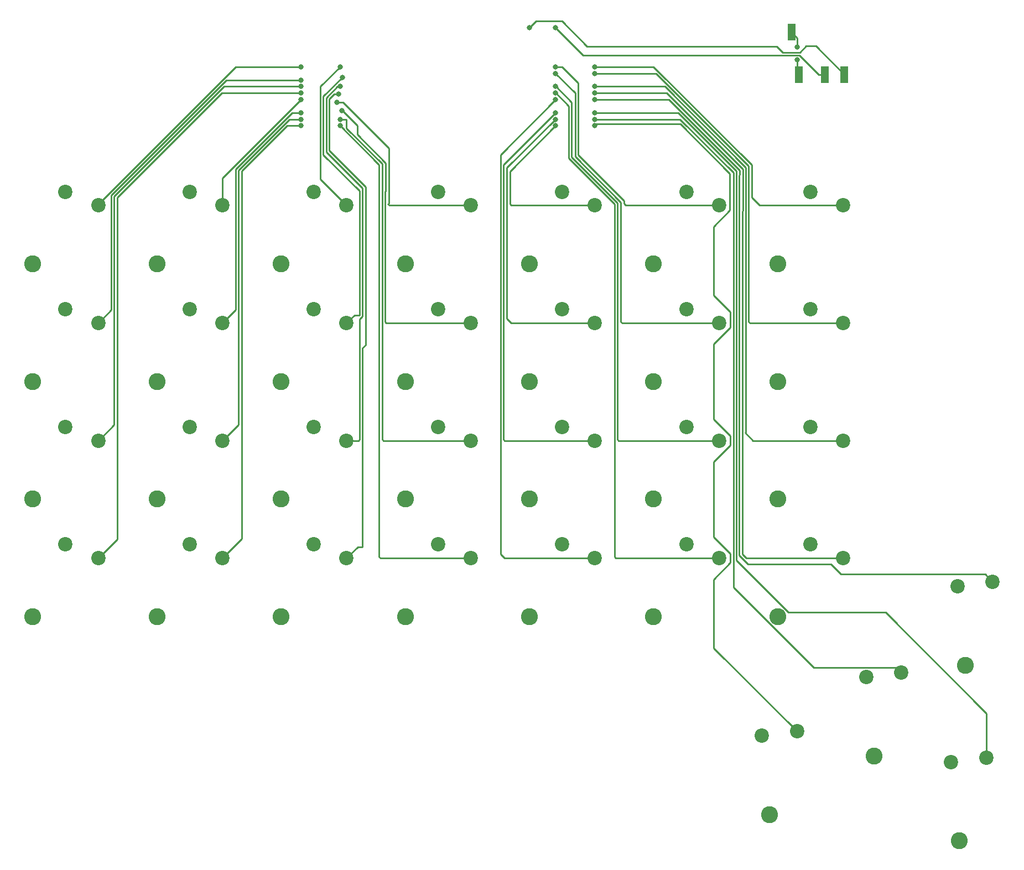
<source format=gbr>
%TF.GenerationSoftware,KiCad,Pcbnew,(6.0.9)*%
%TF.CreationDate,2022-12-02T11:33:43-08:00*%
%TF.ProjectId,keyboard_left,6b657962-6f61-4726-945f-6c6566742e6b,rev?*%
%TF.SameCoordinates,Original*%
%TF.FileFunction,Copper,L1,Top*%
%TF.FilePolarity,Positive*%
%FSLAX46Y46*%
G04 Gerber Fmt 4.6, Leading zero omitted, Abs format (unit mm)*
G04 Created by KiCad (PCBNEW (6.0.9)) date 2022-12-02 11:33:43*
%MOMM*%
%LPD*%
G01*
G04 APERTURE LIST*
%TA.AperFunction,ComponentPad*%
%ADD10C,2.600000*%
%TD*%
%TA.AperFunction,ComponentPad*%
%ADD11C,2.200000*%
%TD*%
%TA.AperFunction,SMDPad,CuDef*%
%ADD12R,1.200000X2.500000*%
%TD*%
%TA.AperFunction,ViaPad*%
%ADD13C,0.800000*%
%TD*%
%TA.AperFunction,Conductor*%
%ADD14C,0.250000*%
%TD*%
G04 APERTURE END LIST*
D10*
%TO.P,SW27,*%
%TO.N,*%
X64500000Y-96650000D03*
D11*
%TO.P,SW27,1,1*%
%TO.N,+5V*%
X69500000Y-85600000D03*
%TO.P,SW27,2,2*%
%TO.N,Net-(SW27-Pad2)*%
X74500000Y-87700000D03*
%TD*%
D10*
%TO.P,SW9,*%
%TO.N,*%
X140500000Y-60650000D03*
D11*
%TO.P,SW9,1,1*%
%TO.N,+5V*%
X145500000Y-49600000D03*
%TO.P,SW9,2,2*%
%TO.N,Net-(SW9-Pad2)*%
X150500000Y-51700000D03*
%TD*%
D10*
%TO.P,SW11,*%
%TO.N,*%
X140500000Y-96650000D03*
D11*
%TO.P,SW11,1,1*%
%TO.N,+5V*%
X145500000Y-85600000D03*
%TO.P,SW11,2,2*%
%TO.N,Net-(SW11-Pad2)*%
X150500000Y-87700000D03*
%TD*%
D10*
%TO.P,SW15,*%
%TO.N,*%
X155244873Y-135960031D03*
D11*
%TO.P,SW15,1,1*%
%TO.N,+5V*%
X154050000Y-123890450D03*
%TO.P,SW15,2,2*%
%TO.N,Net-(SW15-Pad2)*%
X159430127Y-123209103D03*
%TD*%
D10*
%TO.P,SW5,*%
%TO.N,*%
X121500000Y-114650000D03*
D11*
%TO.P,SW5,1,1*%
%TO.N,+5V*%
X126500000Y-103600000D03*
%TO.P,SW5,2,2*%
%TO.N,Net-(SW5-Pad2)*%
X131500000Y-105700000D03*
%TD*%
D10*
%TO.P,SW14,*%
%TO.N,*%
X168244873Y-148960031D03*
D11*
%TO.P,SW14,1,1*%
%TO.N,+5V*%
X167050000Y-136890450D03*
%TO.P,SW14,2,2*%
%TO.N,Net-(SW14-Pad2)*%
X172430127Y-136209103D03*
%TD*%
D10*
%TO.P,SW21,*%
%TO.N,*%
X26500000Y-114650000D03*
D11*
%TO.P,SW21,1,1*%
%TO.N,+5V*%
X31500000Y-103600000D03*
%TO.P,SW21,2,2*%
%TO.N,Net-(SW21-Pad2)*%
X36500000Y-105700000D03*
%TD*%
D10*
%TO.P,SW3,*%
%TO.N,*%
X102500000Y-96650000D03*
D11*
%TO.P,SW3,1,1*%
%TO.N,+5V*%
X107500000Y-85600000D03*
%TO.P,SW3,2,2*%
%TO.N,Net-(SW3-Pad2)*%
X112500000Y-87700000D03*
%TD*%
D10*
%TO.P,SW10,*%
%TO.N,*%
X140500000Y-78650000D03*
D11*
%TO.P,SW10,1,1*%
%TO.N,+5V*%
X145500000Y-67600000D03*
%TO.P,SW10,2,2*%
%TO.N,Net-(SW10-Pad2)*%
X150500000Y-69700000D03*
%TD*%
D12*
%TO.P,J1,R1*%
%TO.N,/SDA*%
X147687500Y-31687500D03*
%TO.P,J1,R2*%
%TO.N,/SCK*%
X150687500Y-31687500D03*
%TO.P,J1,S*%
%TO.N,+5V*%
X142587500Y-25187500D03*
%TO.P,J1,T*%
%TO.N,GND*%
X143687500Y-31687500D03*
%TD*%
D10*
%TO.P,SW24,*%
%TO.N,*%
X26500000Y-60650000D03*
D11*
%TO.P,SW24,1,1*%
%TO.N,+5V*%
X31500000Y-49600000D03*
%TO.P,SW24,2,2*%
%TO.N,Net-(SW24-Pad2)*%
X36500000Y-51700000D03*
%TD*%
D10*
%TO.P,SW26,*%
%TO.N,*%
X64500000Y-78650000D03*
D11*
%TO.P,SW26,1,1*%
%TO.N,+5V*%
X69500000Y-67600000D03*
%TO.P,SW26,2,2*%
%TO.N,Net-(SW26-Pad2)*%
X74500000Y-69700000D03*
%TD*%
D10*
%TO.P,SW16,*%
%TO.N,*%
X139244873Y-144960031D03*
D11*
%TO.P,SW16,1,1*%
%TO.N,+5V*%
X138050000Y-132890450D03*
%TO.P,SW16,2,2*%
%TO.N,Net-(SW16-Pad2)*%
X143430127Y-132209103D03*
%TD*%
D10*
%TO.P,SW2,*%
%TO.N,*%
X102500000Y-78650000D03*
D11*
%TO.P,SW2,1,1*%
%TO.N,+5V*%
X107500000Y-67600000D03*
%TO.P,SW2,2,2*%
%TO.N,Net-(SW2-Pad2)*%
X112500000Y-69700000D03*
%TD*%
D10*
%TO.P,SW25,*%
%TO.N,*%
X64500000Y-60650000D03*
D11*
%TO.P,SW25,1,1*%
%TO.N,+5V*%
X69500000Y-49600000D03*
%TO.P,SW25,2,2*%
%TO.N,Net-(SW25-Pad2)*%
X74500000Y-51700000D03*
%TD*%
D10*
%TO.P,SW13,*%
%TO.N,*%
X169194873Y-122069581D03*
D11*
%TO.P,SW13,1,1*%
%TO.N,+5V*%
X168000000Y-110000000D03*
%TO.P,SW13,2,2*%
%TO.N,Net-(SW13-Pad2)*%
X173380127Y-109318653D03*
%TD*%
D10*
%TO.P,SW32,*%
%TO.N,*%
X83500000Y-114650000D03*
D11*
%TO.P,SW32,1,1*%
%TO.N,+5V*%
X88500000Y-103600000D03*
%TO.P,SW32,2,2*%
%TO.N,Net-(SW32-Pad2)*%
X93500000Y-105700000D03*
%TD*%
D10*
%TO.P,SW12,*%
%TO.N,*%
X140500000Y-114650000D03*
D11*
%TO.P,SW12,1,1*%
%TO.N,+5V*%
X145500000Y-103600000D03*
%TO.P,SW12,2,2*%
%TO.N,Net-(SW12-Pad2)*%
X150500000Y-105700000D03*
%TD*%
D10*
%TO.P,SW18,*%
%TO.N,*%
X45500000Y-96650000D03*
D11*
%TO.P,SW18,1,1*%
%TO.N,+5V*%
X50500000Y-85600000D03*
%TO.P,SW18,2,2*%
%TO.N,Net-(SW18-Pad2)*%
X55500000Y-87700000D03*
%TD*%
D10*
%TO.P,SW29,*%
%TO.N,*%
X83500000Y-60650000D03*
D11*
%TO.P,SW29,1,1*%
%TO.N,+5V*%
X88500000Y-49600000D03*
%TO.P,SW29,2,2*%
%TO.N,Net-(SW29-Pad2)*%
X93500000Y-51700000D03*
%TD*%
D10*
%TO.P,SW28,*%
%TO.N,*%
X64500000Y-114650000D03*
D11*
%TO.P,SW28,1,1*%
%TO.N,+5V*%
X69500000Y-103600000D03*
%TO.P,SW28,2,2*%
%TO.N,Net-(SW28-Pad2)*%
X74500000Y-105700000D03*
%TD*%
D10*
%TO.P,SW30,*%
%TO.N,*%
X83500000Y-78650000D03*
D11*
%TO.P,SW30,1,1*%
%TO.N,+5V*%
X88500000Y-67600000D03*
%TO.P,SW30,2,2*%
%TO.N,Net-(SW30-Pad2)*%
X93500000Y-69700000D03*
%TD*%
D10*
%TO.P,SW8,*%
%TO.N,*%
X121500000Y-60650000D03*
D11*
%TO.P,SW8,1,1*%
%TO.N,+5V*%
X126500000Y-49600000D03*
%TO.P,SW8,2,2*%
%TO.N,Net-(SW8-Pad2)*%
X131500000Y-51700000D03*
%TD*%
D10*
%TO.P,SW1,*%
%TO.N,*%
X102500000Y-60650000D03*
D11*
%TO.P,SW1,1,1*%
%TO.N,+5V*%
X107500000Y-49600000D03*
%TO.P,SW1,2,2*%
%TO.N,Net-(SW1-Pad2)*%
X112500000Y-51700000D03*
%TD*%
D10*
%TO.P,SW7,*%
%TO.N,*%
X121500000Y-78650000D03*
D11*
%TO.P,SW7,1,1*%
%TO.N,+5V*%
X126500000Y-67600000D03*
%TO.P,SW7,2,2*%
%TO.N,Net-(SW7-Pad2)*%
X131500000Y-69700000D03*
%TD*%
D10*
%TO.P,SW31,*%
%TO.N,*%
X83500000Y-96650000D03*
D11*
%TO.P,SW31,1,1*%
%TO.N,+5V*%
X88500000Y-85600000D03*
%TO.P,SW31,2,2*%
%TO.N,Net-(SW31-Pad2)*%
X93500000Y-87700000D03*
%TD*%
D10*
%TO.P,SW23,*%
%TO.N,*%
X26500000Y-78650000D03*
D11*
%TO.P,SW23,1,1*%
%TO.N,+5V*%
X31500000Y-67600000D03*
%TO.P,SW23,2,2*%
%TO.N,Net-(SW23-Pad2)*%
X36500000Y-69700000D03*
%TD*%
D10*
%TO.P,SW6,*%
%TO.N,*%
X121500000Y-96650000D03*
D11*
%TO.P,SW6,1,1*%
%TO.N,+5V*%
X126500000Y-85600000D03*
%TO.P,SW6,2,2*%
%TO.N,Net-(SW6-Pad2)*%
X131500000Y-87700000D03*
%TD*%
D10*
%TO.P,SW22,*%
%TO.N,*%
X26500000Y-96650000D03*
D11*
%TO.P,SW22,1,1*%
%TO.N,+5V*%
X31500000Y-85600000D03*
%TO.P,SW22,2,2*%
%TO.N,Net-(SW22-Pad2)*%
X36500000Y-87700000D03*
%TD*%
D10*
%TO.P,SW17,*%
%TO.N,*%
X45500000Y-114650000D03*
D11*
%TO.P,SW17,1,1*%
%TO.N,+5V*%
X50500000Y-103600000D03*
%TO.P,SW17,2,2*%
%TO.N,Net-(SW17-Pad2)*%
X55500000Y-105700000D03*
%TD*%
D10*
%TO.P,SW4,*%
%TO.N,*%
X102500000Y-114650000D03*
D11*
%TO.P,SW4,1,1*%
%TO.N,+5V*%
X107500000Y-103600000D03*
%TO.P,SW4,2,2*%
%TO.N,Net-(SW4-Pad2)*%
X112500000Y-105700000D03*
%TD*%
D10*
%TO.P,SW20,*%
%TO.N,*%
X45500000Y-60650000D03*
D11*
%TO.P,SW20,1,1*%
%TO.N,+5V*%
X50500000Y-49600000D03*
%TO.P,SW20,2,2*%
%TO.N,Net-(SW20-Pad2)*%
X55500000Y-51700000D03*
%TD*%
D10*
%TO.P,SW19,*%
%TO.N,*%
X45500000Y-78650000D03*
D11*
%TO.P,SW19,1,1*%
%TO.N,+5V*%
X50500000Y-67600000D03*
%TO.P,SW19,2,2*%
%TO.N,Net-(SW19-Pad2)*%
X55500000Y-69700000D03*
%TD*%
D13*
%TO.N,Net-(SW28-Pad2)*%
X73325000Y-34675000D03*
%TO.N,Net-(SW29-Pad2)*%
X73055000Y-35945000D03*
%TO.N,Net-(SW2-Pad2)*%
X106500000Y-38500000D03*
%TO.N,Net-(SW3-Pad2)*%
X106500000Y-37500000D03*
%TO.N,Net-(SW4-Pad2)*%
X106500000Y-35500000D03*
%TO.N,Net-(SW5-Pad2)*%
X106500000Y-34500000D03*
%TO.N,Net-(SW6-Pad2)*%
X106500000Y-33500000D03*
%TO.N,Net-(SW1-Pad2)*%
X106500000Y-39500000D03*
%TO.N,Net-(SW7-Pad2)*%
X106500000Y-31500000D03*
%TO.N,+5V*%
X143512500Y-27437500D03*
%TO.N,GND*%
X143512500Y-29437500D03*
%TO.N,Net-(SW8-Pad2)*%
X106500000Y-30500000D03*
%TO.N,Net-(SW9-Pad2)*%
X112500000Y-30500000D03*
%TO.N,Net-(SW10-Pad2)*%
X112500000Y-31500000D03*
%TO.N,Net-(SW11-Pad2)*%
X112500000Y-33500000D03*
%TO.N,Net-(SW12-Pad2)*%
X112500000Y-34500000D03*
%TO.N,Net-(SW13-Pad2)*%
X112500000Y-35500000D03*
%TO.N,Net-(SW14-Pad2)*%
X112500000Y-37500000D03*
%TO.N,Net-(SW15-Pad2)*%
X112500000Y-38500000D03*
%TO.N,Net-(SW16-Pad2)*%
X112500000Y-39500000D03*
%TO.N,Net-(SW17-Pad2)*%
X67500000Y-39500000D03*
%TO.N,Net-(SW18-Pad2)*%
X67500000Y-38500000D03*
%TO.N,Net-(SW19-Pad2)*%
X67500000Y-37500000D03*
%TO.N,Net-(SW20-Pad2)*%
X67500000Y-35500000D03*
%TO.N,Net-(SW21-Pad2)*%
X67500000Y-34500000D03*
%TO.N,Net-(SW22-Pad2)*%
X67500000Y-33500000D03*
%TO.N,Net-(SW23-Pad2)*%
X67500000Y-32500000D03*
%TO.N,Net-(SW24-Pad2)*%
X67500000Y-30500000D03*
%TO.N,Net-(SW25-Pad2)*%
X73500000Y-30500000D03*
%TO.N,Net-(SW26-Pad2)*%
X73865000Y-32135000D03*
%TO.N,Net-(SW27-Pad2)*%
X73500000Y-33500000D03*
%TO.N,Net-(SW30-Pad2)*%
X73785000Y-37215000D03*
%TO.N,Net-(SW31-Pad2)*%
X73500000Y-38500000D03*
%TO.N,Net-(SW32-Pad2)*%
X73500000Y-39500000D03*
%TO.N,/SDA*%
X106500000Y-24500000D03*
%TO.N,/SCK*%
X102500000Y-24500000D03*
%TD*%
D14*
%TO.N,Net-(SW29-Pad2)*%
X80950000Y-42950000D02*
X73945000Y-35945000D01*
X73945000Y-35945000D02*
X73055000Y-35945000D01*
%TO.N,Net-(SW28-Pad2)*%
X74500000Y-105700000D02*
X76250000Y-103950000D01*
X76250000Y-103950000D02*
X76950000Y-103950000D01*
X76950000Y-103950000D02*
X76950000Y-73500000D01*
X77400000Y-48863604D02*
X71850000Y-43313604D01*
X76950000Y-73500000D02*
X77400000Y-73050000D01*
X71850000Y-35397487D02*
X72572487Y-34675000D01*
X77400000Y-73050000D02*
X77400000Y-48863604D01*
X71850000Y-43313604D02*
X71850000Y-35397487D01*
X72572487Y-34675000D02*
X73325000Y-34675000D01*
%TO.N,Net-(SW2-Pad2)*%
X99050000Y-45924695D02*
X99050000Y-69050000D01*
X99050000Y-69050000D02*
X99700000Y-69700000D01*
X106474695Y-38500000D02*
X99050000Y-45924695D01*
X99700000Y-69700000D02*
X112500000Y-69700000D01*
X106500000Y-38500000D02*
X106474695Y-38500000D01*
%TO.N,Net-(SW3-Pad2)*%
X106474695Y-37500000D02*
X98500000Y-45474695D01*
X98700000Y-87700000D02*
X112500000Y-87700000D01*
X98500000Y-45474695D02*
X98500000Y-87500000D01*
X98500000Y-87500000D02*
X98700000Y-87700000D01*
X106500000Y-37500000D02*
X106474695Y-37500000D01*
%TO.N,Net-(SW4-Pad2)*%
X98700000Y-105700000D02*
X112500000Y-105700000D01*
X98050000Y-43950000D02*
X98050000Y-105050000D01*
X98050000Y-105050000D02*
X98700000Y-105700000D01*
X106500000Y-35500000D02*
X98050000Y-43950000D01*
%TO.N,Net-(SW5-Pad2)*%
X115700000Y-105700000D02*
X131500000Y-105700000D01*
X108500000Y-44500000D02*
X115500000Y-51500000D01*
X115500000Y-105500000D02*
X115700000Y-105700000D01*
X106525305Y-34500000D02*
X108500000Y-36474695D01*
X115500000Y-51500000D02*
X115500000Y-105500000D01*
X108500000Y-36474695D02*
X108500000Y-44500000D01*
X106500000Y-34500000D02*
X106525305Y-34500000D01*
%TO.N,Net-(SW6-Pad2)*%
X116150000Y-87700000D02*
X131500000Y-87700000D01*
X115950000Y-87500000D02*
X116150000Y-87700000D01*
X115950000Y-51313604D02*
X115950000Y-87500000D01*
X106500000Y-33500000D02*
X106525305Y-33500000D01*
X106525305Y-33500000D02*
X108950000Y-35924695D01*
X108950000Y-35924695D02*
X108950000Y-44313604D01*
X108950000Y-44313604D02*
X115950000Y-51313604D01*
%TO.N,Net-(SW1-Pad2)*%
X106500000Y-39500000D02*
X99500000Y-46500000D01*
X99700000Y-51700000D02*
X112500000Y-51700000D01*
X99500000Y-46500000D02*
X99500000Y-51500000D01*
X99500000Y-51500000D02*
X99700000Y-51700000D01*
%TO.N,Net-(SW7-Pad2)*%
X109500000Y-44227208D02*
X116500000Y-51227208D01*
X106500000Y-31500000D02*
X109500000Y-34500000D01*
X116700000Y-69700000D02*
X131500000Y-69700000D01*
X109500000Y-34500000D02*
X109500000Y-44227208D01*
X116500000Y-51227208D02*
X116500000Y-69500000D01*
X116500000Y-69500000D02*
X116700000Y-69700000D01*
%TO.N,+5V*%
X143512500Y-26112500D02*
X142587500Y-25187500D01*
X143512500Y-27437500D02*
X143512500Y-26112500D01*
%TO.N,GND*%
X143512500Y-29437500D02*
X143512500Y-31512500D01*
X143512500Y-31512500D02*
X143687500Y-31687500D01*
%TO.N,Net-(SW8-Pad2)*%
X116950000Y-51413604D02*
X117236396Y-51700000D01*
X106500000Y-30500000D02*
X107500000Y-30500000D01*
X107500000Y-30500000D02*
X109950000Y-32950000D01*
X109950000Y-43950000D02*
X116950000Y-50950000D01*
X117236396Y-51700000D02*
X131500000Y-51700000D01*
X116950000Y-50950000D02*
X116950000Y-51413604D01*
X109950000Y-32950000D02*
X109950000Y-43950000D01*
%TO.N,Net-(SW9-Pad2)*%
X121500000Y-30500000D02*
X136500000Y-45500000D01*
X137700000Y-51700000D02*
X150500000Y-51700000D01*
X136500000Y-50500000D02*
X137700000Y-51700000D01*
X112500000Y-30500000D02*
X121500000Y-30500000D01*
X136500000Y-45500000D02*
X136500000Y-50500000D01*
%TO.N,Net-(SW10-Pad2)*%
X136050000Y-45686396D02*
X136050000Y-69500000D01*
X136050000Y-69500000D02*
X136250000Y-69700000D01*
X121863604Y-31500000D02*
X136050000Y-45686396D01*
X136250000Y-69700000D02*
X150500000Y-69700000D01*
X112500000Y-31500000D02*
X121863604Y-31500000D01*
%TO.N,Net-(SW11-Pad2)*%
X112500000Y-33500000D02*
X123227208Y-33500000D01*
X135500000Y-86500000D02*
X136700000Y-87700000D01*
X136700000Y-87700000D02*
X150500000Y-87700000D01*
X135600000Y-45872792D02*
X135600000Y-86400000D01*
X135600000Y-86400000D02*
X135500000Y-86500000D01*
X123227208Y-33500000D02*
X135600000Y-45872792D01*
%TO.N,Net-(SW12-Pad2)*%
X112500000Y-34500000D02*
X123500000Y-34500000D01*
X135700000Y-105700000D02*
X150500000Y-105700000D01*
X135050000Y-105050000D02*
X135700000Y-105700000D01*
X135150000Y-52500000D02*
X135050000Y-52600000D01*
X123500000Y-34500000D02*
X135150000Y-46150000D01*
X135150000Y-46150000D02*
X135150000Y-52500000D01*
X135050000Y-52600000D02*
X135050000Y-105050000D01*
%TO.N,Net-(SW13-Pad2)*%
X134700000Y-47000000D02*
X134600000Y-47100000D01*
X135963603Y-106599999D02*
X148599999Y-106599999D01*
X123863604Y-35500000D02*
X134700000Y-46336396D01*
X134600000Y-105236396D02*
X135963603Y-106599999D01*
X150174999Y-108174999D02*
X172236473Y-108174999D01*
X134700000Y-46336396D02*
X134700000Y-47000000D01*
X172236473Y-108174999D02*
X173380127Y-109318653D01*
X112500000Y-35500000D02*
X123863604Y-35500000D01*
X134600000Y-47100000D02*
X134600000Y-105236396D01*
X148599999Y-106599999D02*
X150174999Y-108174999D01*
%TO.N,Net-(SW14-Pad2)*%
X134150000Y-106001902D02*
X142148098Y-114000000D01*
X112500000Y-37500000D02*
X125227208Y-37500000D01*
X134150000Y-46422792D02*
X134150000Y-106001902D01*
X172430127Y-129430127D02*
X172430127Y-136209103D01*
X125227208Y-37500000D02*
X134150000Y-46422792D01*
X157000000Y-114000000D02*
X172430127Y-129430127D01*
X142148098Y-114000000D02*
X157000000Y-114000000D01*
%TO.N,Net-(SW15-Pad2)*%
X146017352Y-122465450D02*
X158686474Y-122465450D01*
X112500000Y-38500000D02*
X125500000Y-38500000D01*
X158686474Y-122465450D02*
X159430127Y-123209103D01*
X133700000Y-110148098D02*
X146017352Y-122465450D01*
X125500000Y-38500000D02*
X133700000Y-46700000D01*
X133700000Y-46700000D02*
X133700000Y-110148098D01*
%TO.N,Net-(SW16-Pad2)*%
X112775000Y-39225000D02*
X125588604Y-39225000D01*
X133250000Y-87000000D02*
X133250000Y-88376165D01*
X133250000Y-68000000D02*
X133250000Y-70376165D01*
X130674999Y-84424999D02*
X133250000Y-87000000D01*
X125588604Y-39225000D02*
X133181802Y-46818198D01*
X133250000Y-88376165D02*
X130674999Y-90951166D01*
X133181802Y-46818198D02*
X133181802Y-52444363D01*
X133181802Y-52444363D02*
X130674999Y-54951166D01*
X130674999Y-119453975D02*
X143430127Y-132209103D01*
X130674999Y-108951166D02*
X130674999Y-119453975D01*
X112500000Y-39500000D02*
X112775000Y-39225000D01*
X133250000Y-105000000D02*
X133250000Y-106376165D01*
X130674999Y-54951166D02*
X130674999Y-65424999D01*
X130674999Y-72951166D02*
X130674999Y-84424999D01*
X130674999Y-90951166D02*
X130674999Y-102424999D01*
X133250000Y-106376165D02*
X130674999Y-108951166D01*
X130674999Y-102424999D02*
X133250000Y-105000000D01*
X130674999Y-65424999D02*
X133250000Y-68000000D01*
X133250000Y-70376165D02*
X130674999Y-72951166D01*
%TO.N,Net-(SW17-Pad2)*%
X58500000Y-102700000D02*
X55500000Y-105700000D01*
X65409188Y-39500000D02*
X58500000Y-46409188D01*
X67500000Y-39500000D02*
X65409188Y-39500000D01*
X58500000Y-46409188D02*
X58500000Y-102700000D01*
%TO.N,Net-(SW18-Pad2)*%
X67500000Y-38500000D02*
X65772792Y-38500000D01*
X65772792Y-38500000D02*
X57950000Y-46322792D01*
X57950000Y-85250000D02*
X55500000Y-87700000D01*
X57950000Y-46322792D02*
X57950000Y-85250000D01*
%TO.N,Net-(SW19-Pad2)*%
X57500000Y-46136396D02*
X57500000Y-67700000D01*
X66136396Y-37500000D02*
X57500000Y-46136396D01*
X67500000Y-37500000D02*
X66136396Y-37500000D01*
X57500000Y-67700000D02*
X55500000Y-69700000D01*
%TO.N,Net-(SW20-Pad2)*%
X55500000Y-47500000D02*
X55500000Y-51700000D01*
X67500000Y-35500000D02*
X55500000Y-47500000D01*
%TO.N,Net-(SW21-Pad2)*%
X39400000Y-102800000D02*
X36500000Y-105700000D01*
X67500000Y-34500000D02*
X55409188Y-34500000D01*
X39400000Y-50509188D02*
X39400000Y-102800000D01*
X55409188Y-34500000D02*
X39400000Y-50509188D01*
%TO.N,Net-(SW22-Pad2)*%
X38950000Y-50322792D02*
X38950000Y-85250000D01*
X67500000Y-33500000D02*
X55772792Y-33500000D01*
X38950000Y-85250000D02*
X36500000Y-87700000D01*
X55772792Y-33500000D02*
X38950000Y-50322792D01*
%TO.N,Net-(SW23-Pad2)*%
X38500000Y-50136396D02*
X38500000Y-67700000D01*
X67500000Y-32500000D02*
X56136396Y-32500000D01*
X56136396Y-32500000D02*
X38500000Y-50136396D01*
X38500000Y-67700000D02*
X36500000Y-69700000D01*
%TO.N,Net-(SW24-Pad2)*%
X57500000Y-30500000D02*
X36500000Y-51500000D01*
X67500000Y-30500000D02*
X57500000Y-30500000D01*
X36500000Y-51500000D02*
X36500000Y-51700000D01*
%TO.N,Net-(SW25-Pad2)*%
X70500000Y-47700000D02*
X74500000Y-51700000D01*
X70500000Y-33500000D02*
X70500000Y-47700000D01*
X73500000Y-30500000D02*
X70500000Y-33500000D01*
%TO.N,Net-(SW26-Pad2)*%
X73865000Y-32135000D02*
X73839695Y-32135000D01*
X70950000Y-35024695D02*
X70950000Y-43950000D01*
X70950000Y-43950000D02*
X76500000Y-49500000D01*
X76500000Y-49500000D02*
X76500000Y-68500000D01*
X75700000Y-68500000D02*
X74500000Y-69700000D01*
X73839695Y-32135000D02*
X70950000Y-35024695D01*
X76500000Y-68500000D02*
X75700000Y-68500000D01*
%TO.N,Net-(SW27-Pad2)*%
X76950000Y-49050000D02*
X76950000Y-68686396D01*
X71400000Y-35211091D02*
X71400000Y-43500000D01*
X76300000Y-87700000D02*
X74500000Y-87700000D01*
X76950000Y-68686396D02*
X76500000Y-69136396D01*
X71400000Y-43500000D02*
X76950000Y-49050000D01*
X73500000Y-33500000D02*
X73111091Y-33500000D01*
X76500000Y-87500000D02*
X76300000Y-87700000D01*
X76500000Y-69136396D02*
X76500000Y-87500000D01*
X73111091Y-33500000D02*
X71400000Y-35211091D01*
%TO.N,Net-(SW29-Pad2)*%
X80950000Y-42950000D02*
X80950000Y-51400000D01*
X80850000Y-51500000D02*
X81050000Y-51700000D01*
X81050000Y-51700000D02*
X93500000Y-51700000D01*
X80950000Y-51400000D02*
X80850000Y-51500000D01*
%TO.N,Net-(SW30-Pad2)*%
X80600000Y-69700000D02*
X93500000Y-69700000D01*
X76136396Y-39500000D02*
X76136396Y-40863604D01*
X80400000Y-69500000D02*
X80600000Y-69700000D01*
X76136396Y-40863604D02*
X80500000Y-45227208D01*
X73785000Y-37215000D02*
X73851396Y-37215000D01*
X80500000Y-45227208D02*
X80500000Y-49500000D01*
X73851396Y-37215000D02*
X76136396Y-39500000D01*
X80400000Y-49600000D02*
X80400000Y-69500000D01*
X80500000Y-49500000D02*
X80400000Y-49600000D01*
%TO.N,Net-(SW31-Pad2)*%
X74500000Y-39863604D02*
X79950000Y-45313604D01*
X79950000Y-45313604D02*
X79950000Y-87500000D01*
X74500000Y-38500000D02*
X74500000Y-39863604D01*
X73500000Y-38500000D02*
X74500000Y-38500000D01*
X79950000Y-87500000D02*
X80150000Y-87700000D01*
X80150000Y-87700000D02*
X93500000Y-87700000D01*
%TO.N,Net-(SW32-Pad2)*%
X79500000Y-105500000D02*
X79700000Y-105700000D01*
X79700000Y-105700000D02*
X93500000Y-105700000D01*
X73500000Y-39500000D02*
X79500000Y-45500000D01*
X79500000Y-45500000D02*
X79500000Y-105500000D01*
%TO.N,/SDA*%
X106500000Y-24500000D02*
X110712500Y-28712500D01*
X110712500Y-28712500D02*
X143812805Y-28712500D01*
X146787805Y-31687500D02*
X147687500Y-31687500D01*
X143812805Y-28712500D02*
X146787805Y-31687500D01*
%TO.N,/SCK*%
X140325000Y-27325000D02*
X141262500Y-28262500D01*
X107500000Y-23500000D02*
X111325000Y-27325000D01*
X146312499Y-27312499D02*
X150687500Y-31687500D01*
X144821509Y-27312499D02*
X146312499Y-27312499D01*
X111325000Y-27325000D02*
X140325000Y-27325000D01*
X141262500Y-28262500D02*
X143871508Y-28262500D01*
X102500000Y-24500000D02*
X103500000Y-23500000D01*
X103500000Y-23500000D02*
X107500000Y-23500000D01*
X143871508Y-28262500D02*
X144821509Y-27312499D01*
%TD*%
M02*

</source>
